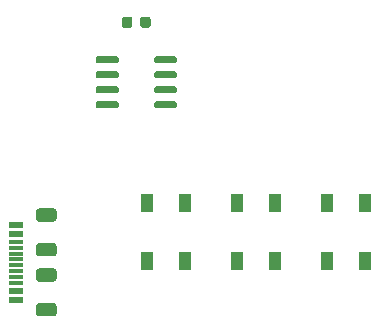
<source format=gbr>
%TF.GenerationSoftware,KiCad,Pcbnew,(5.1.10)-1*%
%TF.CreationDate,2025-08-18T11:18:52+09:00*%
%TF.ProjectId,TA_01,54415f30-312e-46b6-9963-61645f706362,rev?*%
%TF.SameCoordinates,Original*%
%TF.FileFunction,Paste,Top*%
%TF.FilePolarity,Positive*%
%FSLAX46Y46*%
G04 Gerber Fmt 4.6, Leading zero omitted, Abs format (unit mm)*
G04 Created by KiCad (PCBNEW (5.1.10)-1) date 2025-08-18 11:18:52*
%MOMM*%
%LPD*%
G01*
G04 APERTURE LIST*
%ADD10R,1.160000X0.600000*%
%ADD11R,1.160000X0.300000*%
%ADD12R,1.000000X1.500000*%
G04 APERTURE END LIST*
%TO.C,U1*%
G36*
G01*
X110720000Y-97305000D02*
X110720000Y-97005000D01*
G75*
G02*
X110870000Y-96855000I150000J0D01*
G01*
X112520000Y-96855000D01*
G75*
G02*
X112670000Y-97005000I0J-150000D01*
G01*
X112670000Y-97305000D01*
G75*
G02*
X112520000Y-97455000I-150000J0D01*
G01*
X110870000Y-97455000D01*
G75*
G02*
X110720000Y-97305000I0J150000D01*
G01*
G37*
G36*
G01*
X110720000Y-98575000D02*
X110720000Y-98275000D01*
G75*
G02*
X110870000Y-98125000I150000J0D01*
G01*
X112520000Y-98125000D01*
G75*
G02*
X112670000Y-98275000I0J-150000D01*
G01*
X112670000Y-98575000D01*
G75*
G02*
X112520000Y-98725000I-150000J0D01*
G01*
X110870000Y-98725000D01*
G75*
G02*
X110720000Y-98575000I0J150000D01*
G01*
G37*
G36*
G01*
X110720000Y-99845000D02*
X110720000Y-99545000D01*
G75*
G02*
X110870000Y-99395000I150000J0D01*
G01*
X112520000Y-99395000D01*
G75*
G02*
X112670000Y-99545000I0J-150000D01*
G01*
X112670000Y-99845000D01*
G75*
G02*
X112520000Y-99995000I-150000J0D01*
G01*
X110870000Y-99995000D01*
G75*
G02*
X110720000Y-99845000I0J150000D01*
G01*
G37*
G36*
G01*
X110720000Y-101115000D02*
X110720000Y-100815000D01*
G75*
G02*
X110870000Y-100665000I150000J0D01*
G01*
X112520000Y-100665000D01*
G75*
G02*
X112670000Y-100815000I0J-150000D01*
G01*
X112670000Y-101115000D01*
G75*
G02*
X112520000Y-101265000I-150000J0D01*
G01*
X110870000Y-101265000D01*
G75*
G02*
X110720000Y-101115000I0J150000D01*
G01*
G37*
G36*
G01*
X105770000Y-101115000D02*
X105770000Y-100815000D01*
G75*
G02*
X105920000Y-100665000I150000J0D01*
G01*
X107570000Y-100665000D01*
G75*
G02*
X107720000Y-100815000I0J-150000D01*
G01*
X107720000Y-101115000D01*
G75*
G02*
X107570000Y-101265000I-150000J0D01*
G01*
X105920000Y-101265000D01*
G75*
G02*
X105770000Y-101115000I0J150000D01*
G01*
G37*
G36*
G01*
X105770000Y-99845000D02*
X105770000Y-99545000D01*
G75*
G02*
X105920000Y-99395000I150000J0D01*
G01*
X107570000Y-99395000D01*
G75*
G02*
X107720000Y-99545000I0J-150000D01*
G01*
X107720000Y-99845000D01*
G75*
G02*
X107570000Y-99995000I-150000J0D01*
G01*
X105920000Y-99995000D01*
G75*
G02*
X105770000Y-99845000I0J150000D01*
G01*
G37*
G36*
G01*
X105770000Y-98575000D02*
X105770000Y-98275000D01*
G75*
G02*
X105920000Y-98125000I150000J0D01*
G01*
X107570000Y-98125000D01*
G75*
G02*
X107720000Y-98275000I0J-150000D01*
G01*
X107720000Y-98575000D01*
G75*
G02*
X107570000Y-98725000I-150000J0D01*
G01*
X105920000Y-98725000D01*
G75*
G02*
X105770000Y-98575000I0J150000D01*
G01*
G37*
G36*
G01*
X105770000Y-97305000D02*
X105770000Y-97005000D01*
G75*
G02*
X105920000Y-96855000I150000J0D01*
G01*
X107570000Y-96855000D01*
G75*
G02*
X107720000Y-97005000I0J-150000D01*
G01*
X107720000Y-97305000D01*
G75*
G02*
X107570000Y-97455000I-150000J0D01*
G01*
X105920000Y-97455000D01*
G75*
G02*
X105770000Y-97305000I0J150000D01*
G01*
G37*
%TD*%
%TO.C,R2*%
G36*
G01*
X102225001Y-110860000D02*
X100974999Y-110860000D01*
G75*
G02*
X100725000Y-110610001I0J249999D01*
G01*
X100725000Y-109984999D01*
G75*
G02*
X100974999Y-109735000I249999J0D01*
G01*
X102225001Y-109735000D01*
G75*
G02*
X102475000Y-109984999I0J-249999D01*
G01*
X102475000Y-110610001D01*
G75*
G02*
X102225001Y-110860000I-249999J0D01*
G01*
G37*
G36*
G01*
X102225001Y-113785000D02*
X100974999Y-113785000D01*
G75*
G02*
X100725000Y-113535001I0J249999D01*
G01*
X100725000Y-112909999D01*
G75*
G02*
X100974999Y-112660000I249999J0D01*
G01*
X102225001Y-112660000D01*
G75*
G02*
X102475000Y-112909999I0J-249999D01*
G01*
X102475000Y-113535001D01*
G75*
G02*
X102225001Y-113785000I-249999J0D01*
G01*
G37*
%TD*%
%TO.C,R1*%
G36*
G01*
X100974999Y-117740000D02*
X102225001Y-117740000D01*
G75*
G02*
X102475000Y-117989999I0J-249999D01*
G01*
X102475000Y-118615001D01*
G75*
G02*
X102225001Y-118865000I-249999J0D01*
G01*
X100974999Y-118865000D01*
G75*
G02*
X100725000Y-118615001I0J249999D01*
G01*
X100725000Y-117989999D01*
G75*
G02*
X100974999Y-117740000I249999J0D01*
G01*
G37*
G36*
G01*
X100974999Y-114815000D02*
X102225001Y-114815000D01*
G75*
G02*
X102475000Y-115064999I0J-249999D01*
G01*
X102475000Y-115690001D01*
G75*
G02*
X102225001Y-115940000I-249999J0D01*
G01*
X100974999Y-115940000D01*
G75*
G02*
X100725000Y-115690001I0J249999D01*
G01*
X100725000Y-115064999D01*
G75*
G02*
X100974999Y-114815000I249999J0D01*
G01*
G37*
%TD*%
D10*
%TO.C,J3*%
X99030000Y-117500000D03*
X99030000Y-116700000D03*
X99030000Y-117500000D03*
X99030000Y-116700000D03*
X99030000Y-111100000D03*
X99030000Y-111100000D03*
X99030000Y-111900000D03*
X99030000Y-111900000D03*
D11*
X99030000Y-116050000D03*
X99030000Y-115050000D03*
X99030000Y-115550000D03*
X99030000Y-113050000D03*
X99030000Y-112550000D03*
X99030000Y-114550000D03*
X99030000Y-114050000D03*
X99030000Y-113550000D03*
%TD*%
D12*
%TO.C,D5*%
X125400000Y-114210000D03*
X128600000Y-114210000D03*
X125400000Y-109310000D03*
X128600000Y-109310000D03*
%TD*%
%TO.C,D4*%
X117780000Y-114210000D03*
X120980000Y-114210000D03*
X117780000Y-109310000D03*
X120980000Y-109310000D03*
%TD*%
%TO.C,D2*%
X110160000Y-114210000D03*
X113360000Y-114210000D03*
X110160000Y-109310000D03*
X113360000Y-109310000D03*
%TD*%
%TO.C,C1*%
G36*
G01*
X109545000Y-94230000D02*
X109545000Y-93730000D01*
G75*
G02*
X109770000Y-93505000I225000J0D01*
G01*
X110220000Y-93505000D01*
G75*
G02*
X110445000Y-93730000I0J-225000D01*
G01*
X110445000Y-94230000D01*
G75*
G02*
X110220000Y-94455000I-225000J0D01*
G01*
X109770000Y-94455000D01*
G75*
G02*
X109545000Y-94230000I0J225000D01*
G01*
G37*
G36*
G01*
X107995000Y-94230000D02*
X107995000Y-93730000D01*
G75*
G02*
X108220000Y-93505000I225000J0D01*
G01*
X108670000Y-93505000D01*
G75*
G02*
X108895000Y-93730000I0J-225000D01*
G01*
X108895000Y-94230000D01*
G75*
G02*
X108670000Y-94455000I-225000J0D01*
G01*
X108220000Y-94455000D01*
G75*
G02*
X107995000Y-94230000I0J225000D01*
G01*
G37*
%TD*%
M02*

</source>
